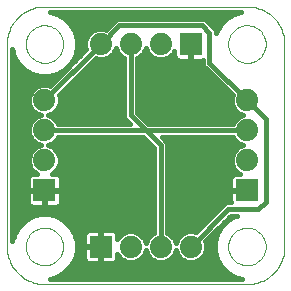
<source format=gtl>
G75*
G70*
%OFA0B0*%
%FSLAX24Y24*%
%IPPOS*%
%LPD*%
%AMOC8*
5,1,8,0,0,1.08239X$1,22.5*
%
%ADD10C,0.0000*%
%ADD11R,0.0740X0.0740*%
%ADD12C,0.0740*%
%ADD13C,0.0160*%
%ADD14R,0.0356X0.0356*%
D10*
X000680Y001930D02*
X000680Y008680D01*
X000682Y008748D01*
X000687Y008815D01*
X000696Y008882D01*
X000709Y008949D01*
X000726Y009014D01*
X000745Y009079D01*
X000769Y009143D01*
X000796Y009205D01*
X000826Y009266D01*
X000859Y009324D01*
X000895Y009381D01*
X000935Y009436D01*
X000977Y009489D01*
X001023Y009540D01*
X001070Y009587D01*
X001121Y009633D01*
X001174Y009675D01*
X001229Y009715D01*
X001286Y009751D01*
X001344Y009784D01*
X001405Y009814D01*
X001467Y009841D01*
X001531Y009865D01*
X001596Y009884D01*
X001661Y009901D01*
X001728Y009914D01*
X001795Y009923D01*
X001862Y009928D01*
X001930Y009930D01*
X008680Y009930D01*
X008748Y009928D01*
X008815Y009923D01*
X008882Y009914D01*
X008949Y009901D01*
X009014Y009884D01*
X009079Y009865D01*
X009143Y009841D01*
X009205Y009814D01*
X009266Y009784D01*
X009324Y009751D01*
X009381Y009715D01*
X009436Y009675D01*
X009489Y009633D01*
X009540Y009587D01*
X009587Y009540D01*
X009633Y009489D01*
X009675Y009436D01*
X009715Y009381D01*
X009751Y009324D01*
X009784Y009266D01*
X009814Y009205D01*
X009841Y009143D01*
X009865Y009079D01*
X009884Y009014D01*
X009901Y008949D01*
X009914Y008882D01*
X009923Y008815D01*
X009928Y008748D01*
X009930Y008680D01*
X009930Y001930D01*
X009928Y001862D01*
X009923Y001795D01*
X009914Y001728D01*
X009901Y001661D01*
X009884Y001596D01*
X009865Y001531D01*
X009841Y001467D01*
X009814Y001405D01*
X009784Y001344D01*
X009751Y001286D01*
X009715Y001229D01*
X009675Y001174D01*
X009633Y001121D01*
X009587Y001070D01*
X009540Y001023D01*
X009489Y000977D01*
X009436Y000935D01*
X009381Y000895D01*
X009324Y000859D01*
X009266Y000826D01*
X009205Y000796D01*
X009143Y000769D01*
X009079Y000745D01*
X009014Y000726D01*
X008949Y000709D01*
X008882Y000696D01*
X008815Y000687D01*
X008748Y000682D01*
X008680Y000680D01*
X001930Y000680D01*
X001862Y000682D01*
X001795Y000687D01*
X001728Y000696D01*
X001661Y000709D01*
X001596Y000726D01*
X001531Y000745D01*
X001467Y000769D01*
X001405Y000796D01*
X001344Y000826D01*
X001286Y000859D01*
X001229Y000895D01*
X001174Y000935D01*
X001121Y000977D01*
X001070Y001023D01*
X001023Y001070D01*
X000977Y001121D01*
X000935Y001174D01*
X000895Y001229D01*
X000859Y001286D01*
X000826Y001344D01*
X000796Y001405D01*
X000769Y001467D01*
X000745Y001531D01*
X000726Y001596D01*
X000709Y001661D01*
X000696Y001728D01*
X000687Y001795D01*
X000682Y001862D01*
X000680Y001930D01*
X001305Y001930D02*
X001307Y001980D01*
X001313Y002029D01*
X001323Y002078D01*
X001336Y002125D01*
X001354Y002172D01*
X001375Y002217D01*
X001399Y002260D01*
X001427Y002301D01*
X001458Y002340D01*
X001492Y002376D01*
X001529Y002410D01*
X001569Y002440D01*
X001610Y002467D01*
X001654Y002491D01*
X001699Y002511D01*
X001746Y002527D01*
X001794Y002540D01*
X001843Y002549D01*
X001893Y002554D01*
X001942Y002555D01*
X001992Y002552D01*
X002041Y002545D01*
X002090Y002534D01*
X002137Y002520D01*
X002183Y002501D01*
X002228Y002479D01*
X002271Y002454D01*
X002311Y002425D01*
X002349Y002393D01*
X002385Y002359D01*
X002418Y002321D01*
X002447Y002281D01*
X002473Y002239D01*
X002496Y002195D01*
X002515Y002149D01*
X002531Y002102D01*
X002543Y002053D01*
X002551Y002004D01*
X002555Y001955D01*
X002555Y001905D01*
X002551Y001856D01*
X002543Y001807D01*
X002531Y001758D01*
X002515Y001711D01*
X002496Y001665D01*
X002473Y001621D01*
X002447Y001579D01*
X002418Y001539D01*
X002385Y001501D01*
X002349Y001467D01*
X002311Y001435D01*
X002271Y001406D01*
X002228Y001381D01*
X002183Y001359D01*
X002137Y001340D01*
X002090Y001326D01*
X002041Y001315D01*
X001992Y001308D01*
X001942Y001305D01*
X001893Y001306D01*
X001843Y001311D01*
X001794Y001320D01*
X001746Y001333D01*
X001699Y001349D01*
X001654Y001369D01*
X001610Y001393D01*
X001569Y001420D01*
X001529Y001450D01*
X001492Y001484D01*
X001458Y001520D01*
X001427Y001559D01*
X001399Y001600D01*
X001375Y001643D01*
X001354Y001688D01*
X001336Y001735D01*
X001323Y001782D01*
X001313Y001831D01*
X001307Y001880D01*
X001305Y001930D01*
X001305Y008680D02*
X001307Y008730D01*
X001313Y008779D01*
X001323Y008828D01*
X001336Y008875D01*
X001354Y008922D01*
X001375Y008967D01*
X001399Y009010D01*
X001427Y009051D01*
X001458Y009090D01*
X001492Y009126D01*
X001529Y009160D01*
X001569Y009190D01*
X001610Y009217D01*
X001654Y009241D01*
X001699Y009261D01*
X001746Y009277D01*
X001794Y009290D01*
X001843Y009299D01*
X001893Y009304D01*
X001942Y009305D01*
X001992Y009302D01*
X002041Y009295D01*
X002090Y009284D01*
X002137Y009270D01*
X002183Y009251D01*
X002228Y009229D01*
X002271Y009204D01*
X002311Y009175D01*
X002349Y009143D01*
X002385Y009109D01*
X002418Y009071D01*
X002447Y009031D01*
X002473Y008989D01*
X002496Y008945D01*
X002515Y008899D01*
X002531Y008852D01*
X002543Y008803D01*
X002551Y008754D01*
X002555Y008705D01*
X002555Y008655D01*
X002551Y008606D01*
X002543Y008557D01*
X002531Y008508D01*
X002515Y008461D01*
X002496Y008415D01*
X002473Y008371D01*
X002447Y008329D01*
X002418Y008289D01*
X002385Y008251D01*
X002349Y008217D01*
X002311Y008185D01*
X002271Y008156D01*
X002228Y008131D01*
X002183Y008109D01*
X002137Y008090D01*
X002090Y008076D01*
X002041Y008065D01*
X001992Y008058D01*
X001942Y008055D01*
X001893Y008056D01*
X001843Y008061D01*
X001794Y008070D01*
X001746Y008083D01*
X001699Y008099D01*
X001654Y008119D01*
X001610Y008143D01*
X001569Y008170D01*
X001529Y008200D01*
X001492Y008234D01*
X001458Y008270D01*
X001427Y008309D01*
X001399Y008350D01*
X001375Y008393D01*
X001354Y008438D01*
X001336Y008485D01*
X001323Y008532D01*
X001313Y008581D01*
X001307Y008630D01*
X001305Y008680D01*
X008055Y008680D02*
X008057Y008730D01*
X008063Y008779D01*
X008073Y008828D01*
X008086Y008875D01*
X008104Y008922D01*
X008125Y008967D01*
X008149Y009010D01*
X008177Y009051D01*
X008208Y009090D01*
X008242Y009126D01*
X008279Y009160D01*
X008319Y009190D01*
X008360Y009217D01*
X008404Y009241D01*
X008449Y009261D01*
X008496Y009277D01*
X008544Y009290D01*
X008593Y009299D01*
X008643Y009304D01*
X008692Y009305D01*
X008742Y009302D01*
X008791Y009295D01*
X008840Y009284D01*
X008887Y009270D01*
X008933Y009251D01*
X008978Y009229D01*
X009021Y009204D01*
X009061Y009175D01*
X009099Y009143D01*
X009135Y009109D01*
X009168Y009071D01*
X009197Y009031D01*
X009223Y008989D01*
X009246Y008945D01*
X009265Y008899D01*
X009281Y008852D01*
X009293Y008803D01*
X009301Y008754D01*
X009305Y008705D01*
X009305Y008655D01*
X009301Y008606D01*
X009293Y008557D01*
X009281Y008508D01*
X009265Y008461D01*
X009246Y008415D01*
X009223Y008371D01*
X009197Y008329D01*
X009168Y008289D01*
X009135Y008251D01*
X009099Y008217D01*
X009061Y008185D01*
X009021Y008156D01*
X008978Y008131D01*
X008933Y008109D01*
X008887Y008090D01*
X008840Y008076D01*
X008791Y008065D01*
X008742Y008058D01*
X008692Y008055D01*
X008643Y008056D01*
X008593Y008061D01*
X008544Y008070D01*
X008496Y008083D01*
X008449Y008099D01*
X008404Y008119D01*
X008360Y008143D01*
X008319Y008170D01*
X008279Y008200D01*
X008242Y008234D01*
X008208Y008270D01*
X008177Y008309D01*
X008149Y008350D01*
X008125Y008393D01*
X008104Y008438D01*
X008086Y008485D01*
X008073Y008532D01*
X008063Y008581D01*
X008057Y008630D01*
X008055Y008680D01*
X008055Y001930D02*
X008057Y001980D01*
X008063Y002029D01*
X008073Y002078D01*
X008086Y002125D01*
X008104Y002172D01*
X008125Y002217D01*
X008149Y002260D01*
X008177Y002301D01*
X008208Y002340D01*
X008242Y002376D01*
X008279Y002410D01*
X008319Y002440D01*
X008360Y002467D01*
X008404Y002491D01*
X008449Y002511D01*
X008496Y002527D01*
X008544Y002540D01*
X008593Y002549D01*
X008643Y002554D01*
X008692Y002555D01*
X008742Y002552D01*
X008791Y002545D01*
X008840Y002534D01*
X008887Y002520D01*
X008933Y002501D01*
X008978Y002479D01*
X009021Y002454D01*
X009061Y002425D01*
X009099Y002393D01*
X009135Y002359D01*
X009168Y002321D01*
X009197Y002281D01*
X009223Y002239D01*
X009246Y002195D01*
X009265Y002149D01*
X009281Y002102D01*
X009293Y002053D01*
X009301Y002004D01*
X009305Y001955D01*
X009305Y001905D01*
X009301Y001856D01*
X009293Y001807D01*
X009281Y001758D01*
X009265Y001711D01*
X009246Y001665D01*
X009223Y001621D01*
X009197Y001579D01*
X009168Y001539D01*
X009135Y001501D01*
X009099Y001467D01*
X009061Y001435D01*
X009021Y001406D01*
X008978Y001381D01*
X008933Y001359D01*
X008887Y001340D01*
X008840Y001326D01*
X008791Y001315D01*
X008742Y001308D01*
X008692Y001305D01*
X008643Y001306D01*
X008593Y001311D01*
X008544Y001320D01*
X008496Y001333D01*
X008449Y001349D01*
X008404Y001369D01*
X008360Y001393D01*
X008319Y001420D01*
X008279Y001450D01*
X008242Y001484D01*
X008208Y001520D01*
X008177Y001559D01*
X008149Y001600D01*
X008125Y001643D01*
X008104Y001688D01*
X008086Y001735D01*
X008073Y001782D01*
X008063Y001831D01*
X008057Y001880D01*
X008055Y001930D01*
D11*
X008680Y003805D03*
X006805Y008680D03*
X001930Y003805D03*
X003805Y001930D03*
D12*
X004805Y001930D03*
X005805Y001930D03*
X006805Y001930D03*
X008680Y004805D03*
X008680Y005805D03*
X008680Y006805D03*
X005805Y008680D03*
X004805Y008680D03*
X003805Y008680D03*
X001930Y006805D03*
X001930Y005805D03*
X001930Y004805D03*
D13*
X002330Y004484D02*
X005585Y004484D01*
X005585Y004643D02*
X002415Y004643D01*
X002440Y004704D02*
X002362Y004516D01*
X002219Y004373D01*
X002176Y004355D01*
X002324Y004355D01*
X002369Y004343D01*
X002411Y004319D01*
X002444Y004286D01*
X002468Y004244D01*
X002480Y004199D01*
X002480Y003825D01*
X001950Y003825D01*
X001950Y003785D01*
X002480Y003785D01*
X002480Y003411D01*
X002468Y003366D01*
X002444Y003324D01*
X002411Y003291D01*
X002369Y003267D01*
X002324Y003255D01*
X001950Y003255D01*
X001950Y003785D01*
X001910Y003785D01*
X001910Y003255D01*
X001536Y003255D01*
X001491Y003267D01*
X001449Y003291D01*
X001416Y003324D01*
X001392Y003366D01*
X001380Y003411D01*
X001380Y003785D01*
X001910Y003785D01*
X001910Y003825D01*
X001380Y003825D01*
X001380Y004199D01*
X001392Y004244D01*
X001416Y004286D01*
X001449Y004319D01*
X001491Y004343D01*
X001536Y004355D01*
X001684Y004355D01*
X001641Y004373D01*
X001498Y004516D01*
X001420Y004704D01*
X001420Y004906D01*
X001498Y005094D01*
X001641Y005237D01*
X001804Y005305D01*
X001641Y005373D01*
X001498Y005516D01*
X001420Y005704D01*
X001420Y005906D01*
X001498Y006094D01*
X001641Y006237D01*
X001804Y006305D01*
X001641Y006373D01*
X001498Y006516D01*
X001420Y006704D01*
X001420Y006906D01*
X001498Y007094D01*
X001641Y007237D01*
X001829Y007315D01*
X002031Y007315D01*
X002100Y007286D01*
X003324Y008510D01*
X003295Y008579D01*
X003295Y008781D01*
X003373Y008969D01*
X003516Y009112D01*
X003704Y009190D01*
X003906Y009190D01*
X003975Y009161D01*
X004339Y009525D01*
X007271Y009525D01*
X007400Y009396D01*
X007650Y009146D01*
X007650Y009039D01*
X007666Y009100D01*
X007810Y009348D01*
X008012Y009550D01*
X008260Y009694D01*
X008470Y009750D01*
X002109Y009750D01*
X002347Y009686D01*
X002593Y009544D01*
X002794Y009343D01*
X002936Y009097D01*
X003010Y008822D01*
X003010Y008538D01*
X002936Y008263D01*
X002794Y008017D01*
X002593Y007816D01*
X002347Y007674D01*
X002072Y007600D01*
X001788Y007600D01*
X001513Y007674D01*
X001267Y007816D01*
X001066Y008017D01*
X000924Y008263D01*
X000860Y008501D01*
X000860Y002109D01*
X000924Y002347D01*
X001066Y002593D01*
X001267Y002794D01*
X001513Y002936D01*
X001788Y003010D01*
X002072Y003010D01*
X002347Y002936D01*
X002593Y002794D01*
X002794Y002593D01*
X002936Y002347D01*
X003010Y002072D01*
X003010Y001788D01*
X002936Y001513D01*
X002794Y001267D01*
X002593Y001066D01*
X002347Y000924D01*
X002109Y000860D01*
X008501Y000860D01*
X008263Y000924D01*
X008017Y001066D01*
X007816Y001267D01*
X007674Y001513D01*
X007600Y001788D01*
X007600Y002072D01*
X007674Y002347D01*
X007816Y002593D01*
X008017Y002794D01*
X008263Y002936D01*
X008351Y002960D01*
X008146Y002960D01*
X007286Y002100D01*
X007315Y002031D01*
X007315Y001829D01*
X007237Y001641D01*
X007094Y001498D01*
X006906Y001420D01*
X006704Y001420D01*
X006516Y001498D01*
X006373Y001641D01*
X006305Y001804D01*
X006237Y001641D01*
X006094Y001498D01*
X005906Y001420D01*
X005704Y001420D01*
X005516Y001498D01*
X005373Y001641D01*
X005305Y001804D01*
X005237Y001641D01*
X005094Y001498D01*
X004906Y001420D01*
X004704Y001420D01*
X004516Y001498D01*
X004373Y001641D01*
X004355Y001684D01*
X004355Y001536D01*
X004343Y001491D01*
X004319Y001449D01*
X004286Y001416D01*
X004244Y001392D01*
X004199Y001380D01*
X003825Y001380D01*
X003825Y001910D01*
X003785Y001910D01*
X003785Y001380D01*
X003411Y001380D01*
X003366Y001392D01*
X003324Y001416D01*
X003291Y001449D01*
X003267Y001491D01*
X003255Y001536D01*
X003255Y001910D01*
X003785Y001910D01*
X003785Y001950D01*
X003785Y002480D01*
X003411Y002480D01*
X003366Y002468D01*
X003324Y002444D01*
X003291Y002411D01*
X003267Y002369D01*
X003255Y002324D01*
X003255Y001950D01*
X003785Y001950D01*
X003825Y001950D01*
X003825Y002480D01*
X004199Y002480D01*
X004244Y002468D01*
X004286Y002444D01*
X004319Y002411D01*
X004343Y002369D01*
X004355Y002324D01*
X004355Y002176D01*
X004373Y002219D01*
X004516Y002362D01*
X004704Y002440D01*
X004906Y002440D01*
X005094Y002362D01*
X005237Y002219D01*
X005305Y002056D01*
X005373Y002219D01*
X005516Y002362D01*
X005585Y002391D01*
X005585Y005214D01*
X005214Y005585D01*
X002391Y005585D01*
X002362Y005516D01*
X002219Y005373D01*
X002056Y005305D01*
X002219Y005237D01*
X002362Y005094D01*
X002440Y004906D01*
X002440Y004704D01*
X002440Y004801D02*
X005585Y004801D01*
X005585Y004960D02*
X002418Y004960D01*
X002338Y005118D02*
X005585Y005118D01*
X005522Y005277D02*
X002124Y005277D01*
X002281Y005435D02*
X005364Y005435D01*
X005305Y005805D02*
X005805Y005305D01*
X005805Y001930D01*
X005419Y002265D02*
X005191Y002265D01*
X005284Y002107D02*
X005326Y002107D01*
X005311Y001790D02*
X005299Y001790D01*
X005227Y001631D02*
X005383Y001631D01*
X005577Y001473D02*
X005033Y001473D01*
X004577Y001473D02*
X004332Y001473D01*
X004355Y001631D02*
X004383Y001631D01*
X003825Y001631D02*
X003785Y001631D01*
X003785Y001790D02*
X003825Y001790D01*
X003785Y001948D02*
X003010Y001948D01*
X003001Y002107D02*
X003255Y002107D01*
X003255Y002265D02*
X002958Y002265D01*
X002892Y002424D02*
X003304Y002424D01*
X003785Y002424D02*
X003825Y002424D01*
X003825Y002265D02*
X003785Y002265D01*
X003785Y002107D02*
X003825Y002107D01*
X004306Y002424D02*
X004664Y002424D01*
X004419Y002265D02*
X004355Y002265D01*
X004946Y002424D02*
X005585Y002424D01*
X005585Y002582D02*
X002801Y002582D01*
X002647Y002741D02*
X005585Y002741D01*
X005585Y002899D02*
X002412Y002899D01*
X002470Y003375D02*
X005585Y003375D01*
X005585Y003216D02*
X000860Y003216D01*
X000860Y003375D02*
X001390Y003375D01*
X001380Y003533D02*
X000860Y003533D01*
X000860Y003692D02*
X001380Y003692D01*
X001380Y003850D02*
X000860Y003850D01*
X000860Y004009D02*
X001380Y004009D01*
X001380Y004167D02*
X000860Y004167D01*
X000860Y004326D02*
X001461Y004326D01*
X001530Y004484D02*
X000860Y004484D01*
X000860Y004643D02*
X001445Y004643D01*
X001420Y004801D02*
X000860Y004801D01*
X000860Y004960D02*
X001442Y004960D01*
X001522Y005118D02*
X000860Y005118D01*
X000860Y005277D02*
X001736Y005277D01*
X001579Y005435D02*
X000860Y005435D01*
X000860Y005594D02*
X001466Y005594D01*
X001420Y005752D02*
X000860Y005752D01*
X000860Y005911D02*
X001422Y005911D01*
X001487Y006069D02*
X000860Y006069D01*
X000860Y006228D02*
X001631Y006228D01*
X001628Y006386D02*
X000860Y006386D01*
X000860Y006545D02*
X001486Y006545D01*
X001420Y006703D02*
X000860Y006703D01*
X000860Y006862D02*
X001420Y006862D01*
X001467Y007020D02*
X000860Y007020D01*
X000860Y007179D02*
X001582Y007179D01*
X001930Y006805D02*
X003805Y008680D01*
X004430Y009305D01*
X007180Y009305D01*
X007430Y009055D01*
X007430Y008055D01*
X008680Y006805D01*
X009305Y006180D01*
X009305Y003430D01*
X009055Y003180D01*
X008055Y003180D01*
X006805Y001930D01*
X007315Y001948D02*
X007600Y001948D01*
X007609Y002107D02*
X007293Y002107D01*
X007451Y002265D02*
X007652Y002265D01*
X007610Y002424D02*
X007718Y002424D01*
X007768Y002582D02*
X007809Y002582D01*
X007927Y002741D02*
X007963Y002741D01*
X008085Y002899D02*
X008198Y002899D01*
X007835Y003271D02*
X006975Y002411D01*
X006906Y002440D01*
X006704Y002440D01*
X006516Y002362D01*
X006373Y002219D01*
X006305Y002056D01*
X006237Y002219D01*
X006094Y002362D01*
X006025Y002391D01*
X006025Y005396D01*
X005836Y005585D01*
X008219Y005585D01*
X008248Y005516D01*
X008391Y005373D01*
X008554Y005305D01*
X008391Y005237D01*
X008248Y005094D01*
X008170Y004906D01*
X008170Y004704D01*
X008248Y004516D01*
X008391Y004373D01*
X008434Y004355D01*
X008286Y004355D01*
X008241Y004343D01*
X008199Y004319D01*
X008166Y004286D01*
X008142Y004244D01*
X008130Y004199D01*
X008130Y003825D01*
X008660Y003825D01*
X008660Y003785D01*
X008130Y003785D01*
X008130Y003411D01*
X008133Y003400D01*
X007964Y003400D01*
X007835Y003271D01*
X007780Y003216D02*
X006025Y003216D01*
X006025Y003375D02*
X007938Y003375D01*
X008130Y003533D02*
X006025Y003533D01*
X006025Y003692D02*
X008130Y003692D01*
X008130Y003850D02*
X006025Y003850D01*
X006025Y004009D02*
X008130Y004009D01*
X008130Y004167D02*
X006025Y004167D01*
X006025Y004326D02*
X008211Y004326D01*
X008280Y004484D02*
X006025Y004484D01*
X006025Y004643D02*
X008195Y004643D01*
X008170Y004801D02*
X006025Y004801D01*
X006025Y004960D02*
X008192Y004960D01*
X008272Y005118D02*
X006025Y005118D01*
X006025Y005277D02*
X008486Y005277D01*
X008329Y005435D02*
X005986Y005435D01*
X005305Y005805D02*
X004805Y006305D01*
X004805Y008680D01*
X005134Y008288D02*
X005476Y008288D01*
X005516Y008248D02*
X005373Y008391D01*
X005305Y008554D01*
X005237Y008391D01*
X005094Y008248D01*
X005025Y008219D01*
X005025Y006396D01*
X005396Y006025D01*
X008219Y006025D01*
X008248Y006094D01*
X008391Y006237D01*
X008554Y006305D01*
X008391Y006373D01*
X008248Y006516D01*
X008170Y006704D01*
X008170Y006906D01*
X008199Y006975D01*
X007339Y007835D01*
X007210Y007964D01*
X007210Y008133D01*
X007199Y008130D01*
X006825Y008130D01*
X006825Y008660D01*
X006785Y008660D01*
X006785Y008130D01*
X006411Y008130D01*
X006366Y008142D01*
X006324Y008166D01*
X006291Y008199D01*
X006267Y008241D01*
X006255Y008286D01*
X006255Y008434D01*
X006237Y008391D01*
X006094Y008248D01*
X005906Y008170D01*
X005704Y008170D01*
X005516Y008248D01*
X005350Y008447D02*
X005260Y008447D01*
X005025Y008130D02*
X007210Y008130D01*
X007210Y007971D02*
X005025Y007971D01*
X005025Y007813D02*
X007361Y007813D01*
X007520Y007654D02*
X005025Y007654D01*
X005025Y007496D02*
X007678Y007496D01*
X007837Y007337D02*
X005025Y007337D01*
X005025Y007179D02*
X007995Y007179D01*
X008154Y007020D02*
X005025Y007020D01*
X005025Y006862D02*
X008170Y006862D01*
X008170Y006703D02*
X005025Y006703D01*
X005025Y006545D02*
X008236Y006545D01*
X008378Y006386D02*
X005035Y006386D01*
X005194Y006228D02*
X008381Y006228D01*
X008237Y006069D02*
X005352Y006069D01*
X005305Y005805D02*
X008680Y005805D01*
X006825Y008288D02*
X006785Y008288D01*
X006785Y008447D02*
X006825Y008447D01*
X006825Y008605D02*
X006785Y008605D01*
X006255Y008288D02*
X006134Y008288D01*
X007399Y009398D02*
X007859Y009398D01*
X007747Y009239D02*
X007557Y009239D01*
X007650Y009081D02*
X007661Y009081D01*
X008022Y009556D02*
X002573Y009556D01*
X002740Y009398D02*
X004211Y009398D01*
X004053Y009239D02*
X002854Y009239D01*
X002941Y009081D02*
X003484Y009081D01*
X003353Y008922D02*
X002983Y008922D01*
X003010Y008764D02*
X003295Y008764D01*
X003295Y008605D02*
X003010Y008605D01*
X002986Y008447D02*
X003260Y008447D01*
X003102Y008288D02*
X002943Y008288D01*
X002943Y008130D02*
X002859Y008130D01*
X002785Y007971D02*
X002748Y007971D01*
X002626Y007813D02*
X002587Y007813D01*
X002468Y007654D02*
X002274Y007654D01*
X002309Y007496D02*
X000860Y007496D01*
X000860Y007337D02*
X002151Y007337D01*
X002456Y007020D02*
X004585Y007020D01*
X004585Y007179D02*
X002615Y007179D01*
X002773Y007337D02*
X004585Y007337D01*
X004585Y007496D02*
X002932Y007496D01*
X003090Y007654D02*
X004585Y007654D01*
X004585Y007813D02*
X003249Y007813D01*
X003407Y007971D02*
X004585Y007971D01*
X004585Y008130D02*
X003566Y008130D01*
X003635Y008199D02*
X003704Y008170D01*
X003906Y008170D01*
X004094Y008248D01*
X004237Y008391D01*
X004305Y008554D01*
X004373Y008391D01*
X004516Y008248D01*
X004585Y008219D01*
X004585Y006214D01*
X004774Y006025D01*
X002391Y006025D01*
X002362Y006094D01*
X002219Y006237D01*
X002056Y006305D01*
X002219Y006373D01*
X002362Y006516D01*
X002440Y006704D01*
X002440Y006906D01*
X002411Y006975D01*
X003635Y008199D01*
X004134Y008288D02*
X004476Y008288D01*
X004350Y008447D02*
X004260Y008447D01*
X004585Y006862D02*
X002440Y006862D01*
X002440Y006703D02*
X004585Y006703D01*
X004585Y006545D02*
X002374Y006545D01*
X002232Y006386D02*
X004585Y006386D01*
X004585Y006228D02*
X002229Y006228D01*
X002373Y006069D02*
X004730Y006069D01*
X005305Y005805D02*
X001930Y005805D01*
X002399Y004326D02*
X005585Y004326D01*
X005585Y004167D02*
X002480Y004167D01*
X002480Y004009D02*
X005585Y004009D01*
X005585Y003850D02*
X002480Y003850D01*
X002480Y003692D02*
X005585Y003692D01*
X005585Y003533D02*
X002480Y003533D01*
X001950Y003533D02*
X001910Y003533D01*
X001910Y003692D02*
X001950Y003692D01*
X001950Y003375D02*
X001910Y003375D01*
X001448Y002899D02*
X000860Y002899D01*
X000860Y003058D02*
X005585Y003058D01*
X006025Y003058D02*
X007621Y003058D01*
X007463Y002899D02*
X006025Y002899D01*
X006025Y002741D02*
X007304Y002741D01*
X007146Y002582D02*
X006025Y002582D01*
X006025Y002424D02*
X006664Y002424D01*
X006419Y002265D02*
X006191Y002265D01*
X006284Y002107D02*
X006326Y002107D01*
X006311Y001790D02*
X006299Y001790D01*
X006227Y001631D02*
X006383Y001631D01*
X006577Y001473D02*
X006033Y001473D01*
X006946Y002424D02*
X006987Y002424D01*
X007299Y001790D02*
X007600Y001790D01*
X007642Y001631D02*
X007227Y001631D01*
X007033Y001473D02*
X007697Y001473D01*
X007789Y001314D02*
X002821Y001314D01*
X002913Y001473D02*
X003278Y001473D01*
X003255Y001631D02*
X002968Y001631D01*
X003010Y001790D02*
X003255Y001790D01*
X003785Y001473D02*
X003825Y001473D01*
X002683Y001156D02*
X007927Y001156D01*
X008136Y000997D02*
X002474Y000997D01*
X000968Y002424D02*
X000860Y002424D01*
X000860Y002265D02*
X000902Y002265D01*
X000860Y002582D02*
X001059Y002582D01*
X001213Y002741D02*
X000860Y002741D01*
X000860Y007654D02*
X001586Y007654D01*
X001273Y007813D02*
X000860Y007813D01*
X000860Y007971D02*
X001112Y007971D01*
X001001Y008130D02*
X000860Y008130D01*
X000860Y008288D02*
X000917Y008288D01*
X000874Y008447D02*
X000860Y008447D01*
X002242Y009715D02*
X008338Y009715D01*
D14*
X006680Y006680D03*
X006680Y004055D03*
X004055Y004055D03*
X003930Y006680D03*
M02*

</source>
